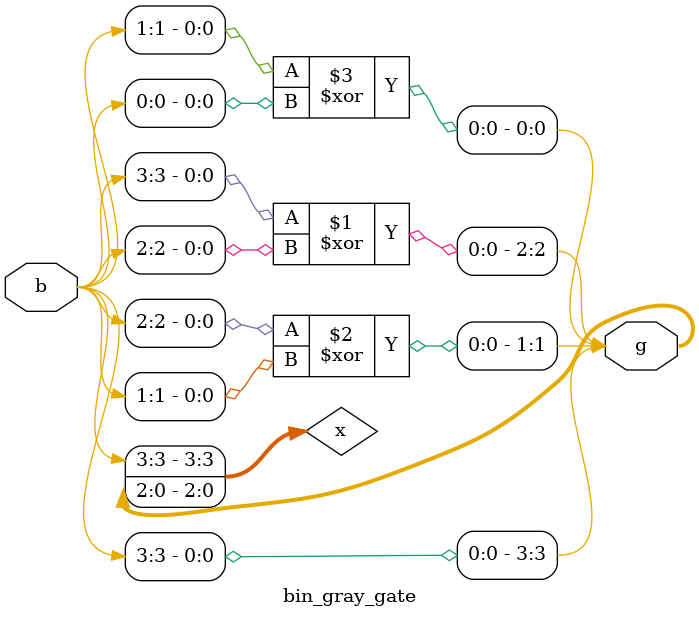
<source format=v>
module bin_gray_gate(
input [3:0] b,
output [3:0] g
    );
    
    wire [3:0] x;
assign x[3]=b[3];
xor (x[2], b[3], b[2]);
xor (x[1], b[2], b[1]);
xor (x[0], b[1], b[0]);

//assign x[2] = b[3] ^ b[2];
//assign x[1] = b[2] ^ b[1];
//assign x[0] = b[1] ^ b[0];

assign g = x;
endmodule

</source>
